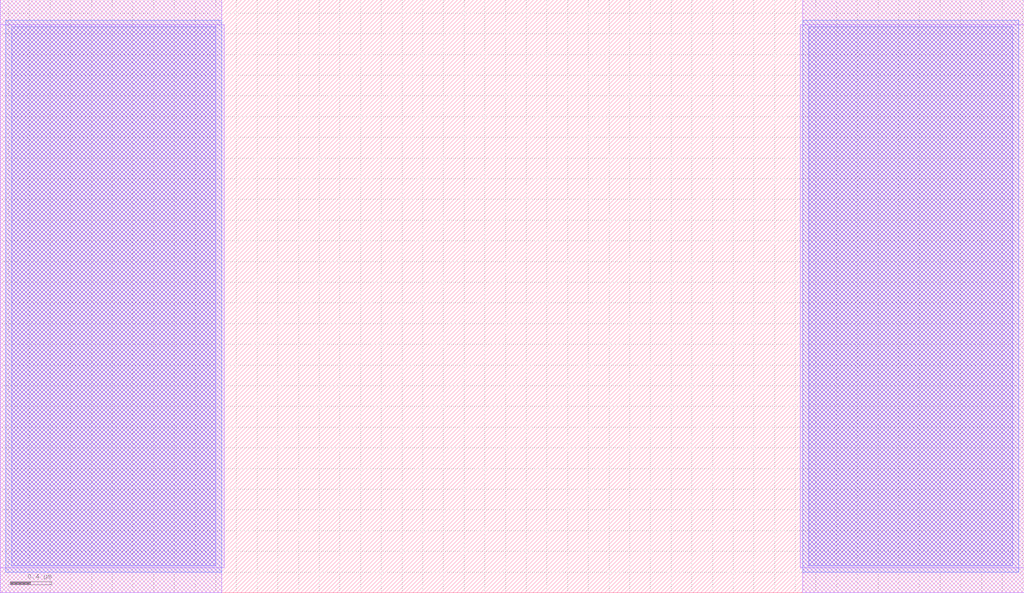
<source format=lef>
# Copyright 2020 The SkyWater PDK Authors
#
# Licensed under the Apache License, Version 2.0 (the "License");
# you may not use this file except in compliance with the License.
# You may obtain a copy of the License at
#
#     https://www.apache.org/licenses/LICENSE-2.0
#
# Unless required by applicable law or agreed to in writing, software
# distributed under the License is distributed on an "AS IS" BASIS,
# WITHOUT WARRANTIES OR CONDITIONS OF ANY KIND, either express or implied.
# See the License for the specific language governing permissions and
# limitations under the License.
#
# SPDX-License-Identifier: Apache-2.0

VERSION 5.7 ;
  NOWIREEXTENSIONATPIN ON ;
  DIVIDERCHAR "/" ;
  BUSBITCHARS "[]" ;
MACRO sky130_fd_pr__res_high_po_5p73__example1
  CLASS BLOCK ;
  FOREIGN sky130_fd_pr__res_high_po_5p73__example1 ;
  ORIGIN  2.080000  0.000000 ;
  SIZE  9.890000 BY  5.730000 ;
  OBS
    LAYER li1 ;
      RECT -2.080000 0.000000 0.060000 0.240000 ;
      RECT -2.080000 0.240000 0.080000 5.490000 ;
      RECT -2.080000 5.490000 0.060000 5.730000 ;
      RECT  5.650000 0.240000 7.810000 5.490000 ;
      RECT  5.670000 0.000000 7.810000 0.240000 ;
      RECT  5.670000 5.490000 7.810000 5.730000 ;
    LAYER mcon ;
      RECT -1.970000 0.260000 0.000000 5.470000 ;
      RECT  5.730000 0.260000 7.700000 5.470000 ;
    LAYER met1 ;
      RECT -2.030000 0.200000 0.060000 5.530000 ;
      RECT  5.670000 0.200000 7.760000 5.530000 ;
  END
END sky130_fd_pr__res_high_po_5p73__example1
END LIBRARY

</source>
